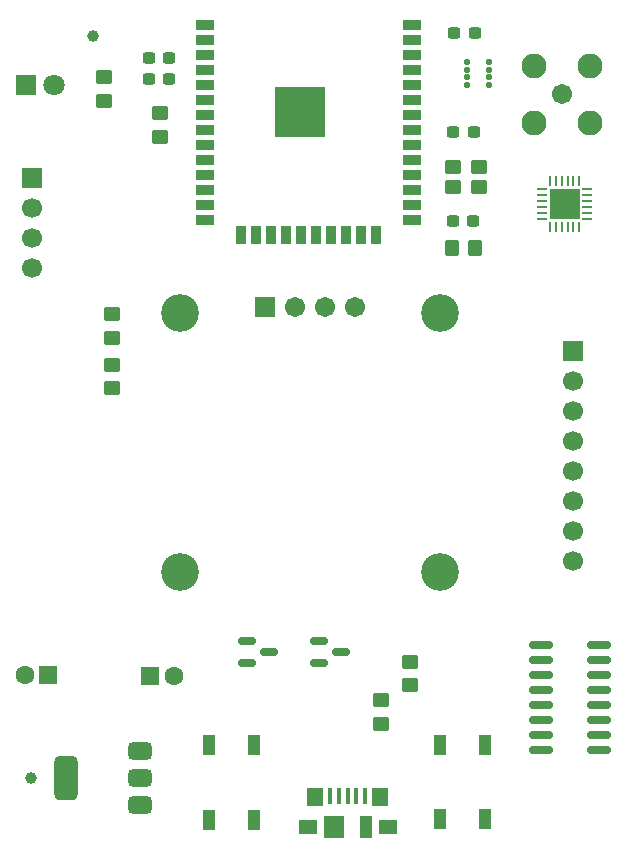
<source format=gbr>
%TF.GenerationSoftware,KiCad,Pcbnew,9.0.3*%
%TF.CreationDate,2025-07-13T04:30:13+05:30*%
%TF.ProjectId,Smart_Env_Monitoring_Node,536d6172-745f-4456-9e76-5f4d6f6e6974,rev?*%
%TF.SameCoordinates,Original*%
%TF.FileFunction,Soldermask,Top*%
%TF.FilePolarity,Negative*%
%FSLAX46Y46*%
G04 Gerber Fmt 4.6, Leading zero omitted, Abs format (unit mm)*
G04 Created by KiCad (PCBNEW 9.0.3) date 2025-07-13 04:30:13*
%MOMM*%
%LPD*%
G01*
G04 APERTURE LIST*
G04 Aperture macros list*
%AMRoundRect*
0 Rectangle with rounded corners*
0 $1 Rounding radius*
0 $2 $3 $4 $5 $6 $7 $8 $9 X,Y pos of 4 corners*
0 Add a 4 corners polygon primitive as box body*
4,1,4,$2,$3,$4,$5,$6,$7,$8,$9,$2,$3,0*
0 Add four circle primitives for the rounded corners*
1,1,$1+$1,$2,$3*
1,1,$1+$1,$4,$5*
1,1,$1+$1,$6,$7*
1,1,$1+$1,$8,$9*
0 Add four rect primitives between the rounded corners*
20,1,$1+$1,$2,$3,$4,$5,0*
20,1,$1+$1,$4,$5,$6,$7,0*
20,1,$1+$1,$6,$7,$8,$9,0*
20,1,$1+$1,$8,$9,$2,$3,0*%
G04 Aperture macros list end*
%ADD10R,1.650000X1.300000*%
%ADD11R,1.425000X1.550000*%
%ADD12R,1.000000X1.900000*%
%ADD13R,1.800000X1.900000*%
%ADD14R,0.450000X1.380000*%
%ADD15R,1.000000X1.700000*%
%ADD16R,1.700000X1.700000*%
%ADD17C,1.700000*%
%ADD18R,1.800000X1.800000*%
%ADD19C,1.800000*%
%ADD20RoundRect,0.250000X-0.450000X0.350000X-0.450000X-0.350000X0.450000X-0.350000X0.450000X0.350000X0*%
%ADD21RoundRect,0.375000X0.625000X0.375000X-0.625000X0.375000X-0.625000X-0.375000X0.625000X-0.375000X0*%
%ADD22RoundRect,0.500000X0.500000X1.400000X-0.500000X1.400000X-0.500000X-1.400000X0.500000X-1.400000X0*%
%ADD23RoundRect,0.237500X-0.300000X-0.237500X0.300000X-0.237500X0.300000X0.237500X-0.300000X0.237500X0*%
%ADD24C,1.000000*%
%ADD25C,1.712000*%
%ADD26C,2.124000*%
%ADD27RoundRect,0.237500X0.300000X0.237500X-0.300000X0.237500X-0.300000X-0.237500X0.300000X-0.237500X0*%
%ADD28RoundRect,0.250000X0.450000X-0.350000X0.450000X0.350000X-0.450000X0.350000X-0.450000X-0.350000X0*%
%ADD29RoundRect,0.250000X-0.450000X-0.350000X0.450000X-0.350000X0.450000X0.350000X-0.450000X0.350000X0*%
%ADD30RoundRect,0.102000X-0.754000X-0.754000X0.754000X-0.754000X0.754000X0.754000X-0.754000X0.754000X0*%
%ADD31C,3.204000*%
%ADD32RoundRect,0.250000X0.550000X0.550000X-0.550000X0.550000X-0.550000X-0.550000X0.550000X-0.550000X0*%
%ADD33C,1.600000*%
%ADD34RoundRect,0.056250X-0.188750X-0.168750X0.188750X-0.168750X0.188750X0.168750X-0.188750X0.168750X0*%
%ADD35R,1.500000X0.900000*%
%ADD36R,0.900000X1.500000*%
%ADD37C,0.640000*%
%ADD38R,4.200000X4.200000*%
%ADD39RoundRect,0.150000X-0.587500X-0.150000X0.587500X-0.150000X0.587500X0.150000X-0.587500X0.150000X0*%
%ADD40RoundRect,0.062500X-0.350000X-0.062500X0.350000X-0.062500X0.350000X0.062500X-0.350000X0.062500X0*%
%ADD41RoundRect,0.062500X-0.062500X-0.350000X0.062500X-0.350000X0.062500X0.350000X-0.062500X0.350000X0*%
%ADD42R,2.600000X2.600000*%
%ADD43RoundRect,0.150000X0.825000X0.150000X-0.825000X0.150000X-0.825000X-0.150000X0.825000X-0.150000X0*%
%ADD44RoundRect,0.250000X-0.350000X-0.450000X0.350000X-0.450000X0.350000X0.450000X-0.350000X0.450000X0*%
%ADD45RoundRect,0.250000X-0.550000X-0.550000X0.550000X-0.550000X0.550000X0.550000X-0.550000X0.550000X0*%
G04 APERTURE END LIST*
D10*
%TO.C,J1*%
X143327500Y-145845000D03*
D11*
X142632500Y-143265000D03*
D12*
X141502500Y-145845000D03*
D13*
X138802500Y-145845000D03*
D11*
X137162500Y-143275000D03*
D10*
X136577500Y-145845000D03*
D14*
X141392500Y-143185000D03*
X140642500Y-143185000D03*
X139922500Y-143185000D03*
X139152500Y-143185000D03*
X138392500Y-143185000D03*
%TD*%
D15*
%TO.C,SW2*%
X128160000Y-145210000D03*
X128160000Y-138910000D03*
X131960000Y-145210000D03*
X131960000Y-138910000D03*
%TD*%
D16*
%TO.C,J2*%
X159020000Y-105550000D03*
D17*
X159020000Y-108090000D03*
X159020000Y-110630000D03*
X159020000Y-113170000D03*
X159020000Y-115710000D03*
X159020000Y-118250000D03*
X159020000Y-120790000D03*
X159020000Y-123330000D03*
%TD*%
D18*
%TO.C,D1*%
X112650000Y-83000000D03*
D19*
X115050000Y-82980000D03*
%TD*%
D15*
%TO.C,SW3*%
X147710000Y-145170000D03*
X147710000Y-138870000D03*
X151510000Y-145170000D03*
X151510000Y-138870000D03*
%TD*%
D16*
%TO.C,J3*%
X113185000Y-90840000D03*
D17*
X113185000Y-93380000D03*
X113185000Y-95920000D03*
X113185000Y-98460000D03*
%TD*%
D20*
%TO.C,R6*%
X145240000Y-131810000D03*
X145240000Y-133810000D03*
%TD*%
D21*
%TO.C,U2*%
X122350000Y-143980000D03*
X122350000Y-141680000D03*
D22*
X116050000Y-141680000D03*
D21*
X122350000Y-139380000D03*
%TD*%
D23*
%TO.C,C5*%
X148955000Y-78590000D03*
X150680000Y-78590000D03*
%TD*%
D24*
%TO.C,TP1*%
X118340000Y-78850000D03*
%TD*%
D25*
%TO.C,J4*%
X158070000Y-83790000D03*
D26*
X155670000Y-81390000D03*
X155670000Y-86190000D03*
X160470000Y-86190000D03*
X160470000Y-81390000D03*
%TD*%
D27*
%TO.C,C6*%
X150560000Y-94500000D03*
X148835000Y-94500000D03*
%TD*%
D28*
%TO.C,R3*%
X119970000Y-104420000D03*
X119970000Y-102420000D03*
%TD*%
D29*
%TO.C,Y1*%
X148840000Y-91630000D03*
X151040000Y-91630000D03*
X151040000Y-89930000D03*
X148840000Y-89930000D03*
%TD*%
D30*
%TO.C,U5*%
X132960000Y-101770000D03*
D25*
X135500000Y-101770000D03*
X138040000Y-101770000D03*
X140580000Y-101770000D03*
D31*
X125770000Y-102270000D03*
X147770000Y-102270000D03*
X147770000Y-124270000D03*
X125770000Y-124270000D03*
%TD*%
D32*
%TO.C,C1*%
X114570000Y-132920000D03*
D33*
X112570000Y-132920000D03*
%TD*%
D34*
%TO.C,U4*%
X151930000Y-81040000D03*
X151930000Y-81690000D03*
X151930000Y-82340000D03*
X151930000Y-82990000D03*
X149990000Y-82990000D03*
X149990000Y-82340000D03*
X149990000Y-81690000D03*
X149990000Y-81040000D03*
%TD*%
D27*
%TO.C,C7*%
X150580000Y-86940000D03*
X148855000Y-86940000D03*
%TD*%
D23*
%TO.C,C3*%
X123077500Y-82500000D03*
X124802500Y-82500000D03*
%TD*%
D35*
%TO.C,U1*%
X127840000Y-77925000D03*
X127840000Y-79195000D03*
X127840000Y-80465000D03*
X127840000Y-81735000D03*
X127840000Y-83005000D03*
X127840000Y-84275000D03*
X127840000Y-85545000D03*
X127840000Y-86815000D03*
X127840000Y-88085000D03*
X127840000Y-89355000D03*
X127840000Y-90625000D03*
X127840000Y-91895000D03*
X127840000Y-93165000D03*
X127840000Y-94435000D03*
D36*
X130880000Y-95685000D03*
X132150000Y-95685000D03*
X133420000Y-95685000D03*
X134690000Y-95685000D03*
X135960000Y-95685000D03*
X137230000Y-95685000D03*
X138500000Y-95685000D03*
X139770000Y-95685000D03*
X141040000Y-95685000D03*
X142310000Y-95685000D03*
D35*
X145340000Y-94435000D03*
X145340000Y-93165000D03*
X145340000Y-91895000D03*
X145340000Y-90625000D03*
X145340000Y-89355000D03*
X145340000Y-88085000D03*
X145340000Y-86815000D03*
X145340000Y-85545000D03*
X145340000Y-84275000D03*
X145340000Y-83005000D03*
X145340000Y-81735000D03*
X145340000Y-80465000D03*
X145340000Y-79195000D03*
X145340000Y-77925000D03*
D37*
X134385000Y-84502500D03*
X134385000Y-86027500D03*
X135147500Y-83740000D03*
X135147500Y-85265000D03*
X135147500Y-86790000D03*
X135910000Y-84502500D03*
D38*
X135910000Y-85265000D03*
D37*
X135910000Y-86027500D03*
X136672500Y-83740000D03*
X136672500Y-85265000D03*
X136672500Y-86790000D03*
X137435000Y-84502500D03*
X137435000Y-86027500D03*
%TD*%
D28*
%TO.C,R4*%
X119270000Y-84310000D03*
X119270000Y-82310000D03*
%TD*%
D39*
%TO.C,Q1*%
X131365000Y-130070000D03*
X131365000Y-131970000D03*
X133240000Y-131020000D03*
%TD*%
D24*
%TO.C,TP2*%
X113080000Y-141640000D03*
%TD*%
D40*
%TO.C,U3*%
X156352500Y-91837500D03*
X156352500Y-92337500D03*
X156352500Y-92837500D03*
X156352500Y-93337500D03*
X156352500Y-93837500D03*
X156352500Y-94337500D03*
D41*
X157040000Y-95025000D03*
X157540000Y-95025000D03*
X158040000Y-95025000D03*
X158540000Y-95025000D03*
X159040000Y-95025000D03*
X159540000Y-95025000D03*
D40*
X160227500Y-94337500D03*
X160227500Y-93837500D03*
X160227500Y-93337500D03*
X160227500Y-92837500D03*
X160227500Y-92337500D03*
X160227500Y-91837500D03*
D41*
X159540000Y-91150000D03*
X159040000Y-91150000D03*
X158540000Y-91150000D03*
X158040000Y-91150000D03*
X157540000Y-91150000D03*
X157040000Y-91150000D03*
D42*
X158290000Y-93087500D03*
%TD*%
D27*
%TO.C,C4*%
X124792500Y-80700000D03*
X123067500Y-80700000D03*
%TD*%
D43*
%TO.C,U6*%
X161210000Y-139260000D03*
X161210000Y-137990000D03*
X161210000Y-136720000D03*
X161210000Y-135450000D03*
X161210000Y-134180000D03*
X161210000Y-132910000D03*
X161210000Y-131640000D03*
X161210000Y-130370000D03*
X156260000Y-130370000D03*
X156260000Y-131640000D03*
X156260000Y-132910000D03*
X156260000Y-134180000D03*
X156260000Y-135450000D03*
X156260000Y-136720000D03*
X156260000Y-137990000D03*
X156260000Y-139260000D03*
%TD*%
D44*
%TO.C,R1*%
X148740000Y-96820000D03*
X150740000Y-96820000D03*
%TD*%
D20*
%TO.C,R5*%
X142730000Y-135060000D03*
X142730000Y-137060000D03*
%TD*%
D28*
%TO.C,R7*%
X119930000Y-108680000D03*
X119930000Y-106680000D03*
%TD*%
D39*
%TO.C,Q2*%
X137520000Y-130060000D03*
X137520000Y-131960000D03*
X139395000Y-131010000D03*
%TD*%
D20*
%TO.C,R2*%
X124030000Y-85390000D03*
X124030000Y-87390000D03*
%TD*%
D45*
%TO.C,C2*%
X123180000Y-133000000D03*
D33*
X125180000Y-133000000D03*
%TD*%
M02*

</source>
